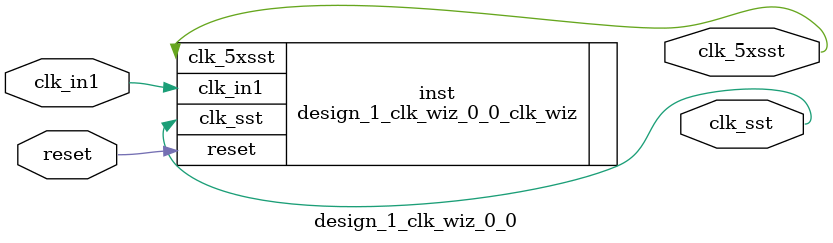
<source format=v>


`timescale 1ps/1ps

(* CORE_GENERATION_INFO = "design_1_clk_wiz_0_0,clk_wiz_v6_0_1_0_0,{component_name=design_1_clk_wiz_0_0,use_phase_alignment=true,use_min_o_jitter=false,use_max_i_jitter=false,use_dyn_phase_shift=false,use_inclk_switchover=false,use_dyn_reconfig=false,enable_axi=0,feedback_source=FDBK_AUTO,PRIMITIVE=MMCM,num_out_clk=2,clkin1_period=10.000,clkin2_period=10.000,use_power_down=false,use_reset=true,use_locked=false,use_inclk_stopped=false,feedback_type=SINGLE,CLOCK_MGR_TYPE=NA,manual_override=false}" *)

module design_1_clk_wiz_0_0 
 (
  // Clock out ports
  output        clk_sst,
  output        clk_5xsst,
  // Status and control signals
  input         reset,
 // Clock in ports
  input         clk_in1
 );

  design_1_clk_wiz_0_0_clk_wiz inst
  (
  // Clock out ports  
  .clk_sst(clk_sst),
  .clk_5xsst(clk_5xsst),
  // Status and control signals               
  .reset(reset), 
 // Clock in ports
  .clk_in1(clk_in1)
  );

endmodule

</source>
